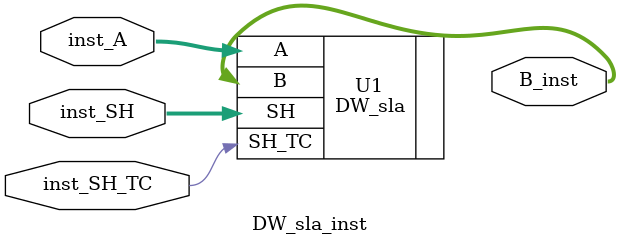
<source format=v>
module DW_sla_inst( inst_A, inst_SH, inst_SH_TC, B_inst );

parameter A_width = 8;
parameter SH_width = 3;


input [A_width-1 : 0] inst_A;
input [SH_width-1 : 0] inst_SH;
input inst_SH_TC;
output [A_width-1 : 0] B_inst;

    // Instance of DW_sla
    DW_sla #(A_width, SH_width)
	  U1 ( .A(inst_A), .SH(inst_SH), .SH_TC(inst_SH_TC), .B(B_inst) );

endmodule

</source>
